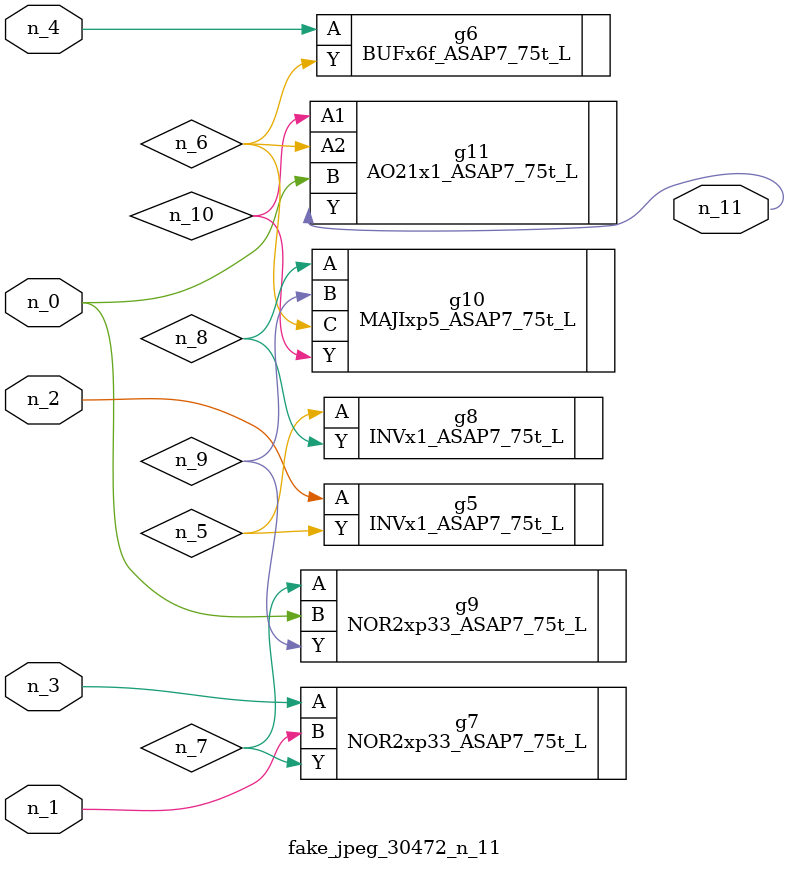
<source format=v>
module fake_jpeg_30472_n_11 (n_3, n_2, n_1, n_0, n_4, n_11);

input n_3;
input n_2;
input n_1;
input n_0;
input n_4;

output n_11;

wire n_10;
wire n_8;
wire n_9;
wire n_6;
wire n_5;
wire n_7;

INVx1_ASAP7_75t_L g5 ( 
.A(n_2),
.Y(n_5)
);

BUFx6f_ASAP7_75t_L g6 ( 
.A(n_4),
.Y(n_6)
);

NOR2xp33_ASAP7_75t_L g7 ( 
.A(n_3),
.B(n_1),
.Y(n_7)
);

INVx1_ASAP7_75t_L g8 ( 
.A(n_5),
.Y(n_8)
);

MAJIxp5_ASAP7_75t_L g10 ( 
.A(n_8),
.B(n_9),
.C(n_6),
.Y(n_10)
);

NOR2xp33_ASAP7_75t_L g9 ( 
.A(n_7),
.B(n_0),
.Y(n_9)
);

AO21x1_ASAP7_75t_L g11 ( 
.A1(n_10),
.A2(n_6),
.B(n_0),
.Y(n_11)
);


endmodule
</source>
